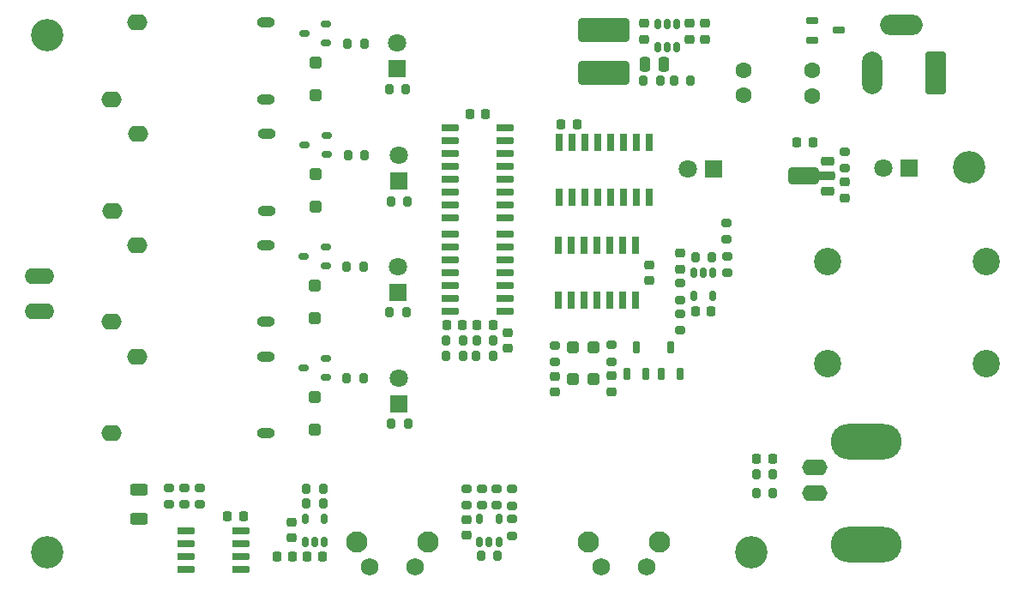
<source format=gbr>
%TF.GenerationSoftware,KiCad,Pcbnew,9.0.4-9.0.4-0~ubuntu24.04.1*%
%TF.CreationDate,2025-10-04T12:49:03+02:00*%
%TF.ProjectId,PCB,5043422e-6b69-4636-9164-5f7063625858,rev?*%
%TF.SameCoordinates,Original*%
%TF.FileFunction,Soldermask,Top*%
%TF.FilePolarity,Negative*%
%FSLAX46Y46*%
G04 Gerber Fmt 4.6, Leading zero omitted, Abs format (unit mm)*
G04 Created by KiCad (PCBNEW 9.0.4-9.0.4-0~ubuntu24.04.1) date 2025-10-04 12:49:03*
%MOMM*%
%LPD*%
G01*
G04 APERTURE LIST*
G04 Aperture macros list*
%AMRoundRect*
0 Rectangle with rounded corners*
0 $1 Rounding radius*
0 $2 $3 $4 $5 $6 $7 $8 $9 X,Y pos of 4 corners*
0 Add a 4 corners polygon primitive as box body*
4,1,4,$2,$3,$4,$5,$6,$7,$8,$9,$2,$3,0*
0 Add four circle primitives for the rounded corners*
1,1,$1+$1,$2,$3*
1,1,$1+$1,$4,$5*
1,1,$1+$1,$6,$7*
1,1,$1+$1,$8,$9*
0 Add four rect primitives between the rounded corners*
20,1,$1+$1,$2,$3,$4,$5,0*
20,1,$1+$1,$4,$5,$6,$7,0*
20,1,$1+$1,$6,$7,$8,$9,0*
20,1,$1+$1,$8,$9,$2,$3,0*%
G04 Aperture macros list end*
%ADD10O,2.500000X1.600000*%
%ADD11O,7.000000X3.500000*%
%ADD12RoundRect,0.225000X0.250000X-0.225000X0.250000X0.225000X-0.250000X0.225000X-0.250000X-0.225000X0*%
%ADD13RoundRect,0.225000X0.225000X0.250000X-0.225000X0.250000X-0.225000X-0.250000X0.225000X-0.250000X0*%
%ADD14RoundRect,0.225000X-0.225000X-0.250000X0.225000X-0.250000X0.225000X0.250000X-0.225000X0.250000X0*%
%ADD15RoundRect,0.150000X0.150000X-0.350000X0.150000X0.350000X-0.150000X0.350000X-0.150000X-0.350000X0*%
%ADD16RoundRect,0.300000X-0.300000X-0.300000X0.300000X-0.300000X0.300000X0.300000X-0.300000X0.300000X0*%
%ADD17RoundRect,0.200000X-0.275000X0.200000X-0.275000X-0.200000X0.275000X-0.200000X0.275000X0.200000X0*%
%ADD18RoundRect,0.200000X-0.200000X-0.275000X0.200000X-0.275000X0.200000X0.275000X-0.200000X0.275000X0*%
%ADD19C,3.200000*%
%ADD20RoundRect,0.225000X-0.250000X0.225000X-0.250000X-0.225000X0.250000X-0.225000X0.250000X0.225000X0*%
%ADD21RoundRect,0.187500X-0.662500X0.187500X-0.662500X-0.187500X0.662500X-0.187500X0.662500X0.187500X0*%
%ADD22RoundRect,0.225000X0.425000X0.225000X-0.425000X0.225000X-0.425000X-0.225000X0.425000X-0.225000X0*%
%ADD23RoundRect,0.225000X0.668750X0.225000X-0.668750X0.225000X-0.668750X-0.225000X0.668750X-0.225000X0*%
%ADD24RoundRect,0.433250X1.129250X0.433250X-1.129250X0.433250X-1.129250X-0.433250X1.129250X-0.433250X0*%
%ADD25RoundRect,0.150000X0.350000X0.150000X-0.350000X0.150000X-0.350000X-0.150000X0.350000X-0.150000X0*%
%ADD26RoundRect,0.200000X0.200000X0.275000X-0.200000X0.275000X-0.200000X-0.275000X0.200000X-0.275000X0*%
%ADD27RoundRect,0.187500X0.662500X-0.187500X0.662500X0.187500X-0.662500X0.187500X-0.662500X-0.187500X0*%
%ADD28RoundRect,0.200000X0.275000X-0.200000X0.275000X0.200000X-0.275000X0.200000X-0.275000X-0.200000X0*%
%ADD29RoundRect,0.150000X-0.150000X0.350000X-0.150000X-0.350000X0.150000X-0.350000X0.150000X0.350000X0*%
%ADD30RoundRect,0.352500X-2.197500X-0.822500X2.197500X-0.822500X2.197500X0.822500X-2.197500X0.822500X0*%
%ADD31O,1.800000X1.000000*%
%ADD32O,2.000000X1.600000*%
%ADD33C,2.700000*%
%ADD34RoundRect,0.250000X0.250000X0.475000X-0.250000X0.475000X-0.250000X-0.475000X0.250000X-0.475000X0*%
%ADD35C,1.600000*%
%ADD36RoundRect,0.187500X-0.187500X-0.662500X0.187500X-0.662500X0.187500X0.662500X-0.187500X0.662500X0*%
%ADD37RoundRect,0.187500X0.187500X0.662500X-0.187500X0.662500X-0.187500X-0.662500X0.187500X-0.662500X0*%
%ADD38C,2.100000*%
%ADD39C,1.750000*%
%ADD40R,1.800000X1.800000*%
%ADD41C,1.800000*%
%ADD42RoundRect,0.250000X-0.625000X0.312500X-0.625000X-0.312500X0.625000X-0.312500X0.625000X0.312500X0*%
%ADD43RoundRect,0.300000X0.300000X0.300000X-0.300000X0.300000X-0.300000X-0.300000X0.300000X-0.300000X0*%
%ADD44RoundRect,0.162500X0.162500X-0.447500X0.162500X0.447500X-0.162500X0.447500X-0.162500X-0.447500X0*%
%ADD45O,2.919200X1.561200*%
%ADD46RoundRect,0.162500X-0.447500X-0.162500X0.447500X-0.162500X0.447500X0.162500X-0.447500X0.162500X0*%
%ADD47O,2.000000X4.200000*%
%ADD48RoundRect,0.250000X0.750000X-1.850000X0.750000X1.850000X-0.750000X1.850000X-0.750000X-1.850000X0*%
%ADD49O,4.200000X2.000000*%
G04 APERTURE END LIST*
D10*
%TO.C,J104*%
X203240000Y-113700000D03*
D11*
X208320000Y-108620000D03*
D10*
X203240000Y-111160000D03*
D11*
X208320000Y-118780000D03*
%TD*%
D12*
%TO.C,C409*%
X186435000Y-68877500D03*
X186435000Y-67327500D03*
%TD*%
D13*
%TO.C,C206*%
X170775000Y-76252500D03*
X169225000Y-76252500D03*
%TD*%
D14*
%TO.C,C411*%
X150150000Y-119950000D03*
X151700000Y-119950000D03*
%TD*%
D15*
%TO.C,U402*%
X187735000Y-69652500D03*
X188685000Y-69652500D03*
X189635000Y-69652500D03*
X189635000Y-67352500D03*
X188685000Y-67352500D03*
X187735000Y-67352500D03*
%TD*%
D16*
%TO.C,D104*%
X153900000Y-107430000D03*
X153900000Y-104230000D03*
%TD*%
D17*
%TO.C,R401*%
X206200000Y-79975000D03*
X206200000Y-81625000D03*
%TD*%
D18*
%TO.C,R208*%
X161398428Y-84930000D03*
X163048428Y-84930000D03*
%TD*%
D19*
%TO.C,REF\u002A\u002A*%
X218500000Y-81500000D03*
%TD*%
D20*
%TO.C,C302*%
X177650000Y-102150000D03*
X177650000Y-103700000D03*
%TD*%
D21*
%TO.C,U101*%
X141185000Y-117447500D03*
X141185000Y-118717500D03*
X141185000Y-119987500D03*
X141185000Y-121257500D03*
X146585000Y-121257500D03*
X146585000Y-119987500D03*
X146585000Y-118717500D03*
X146585000Y-117447500D03*
%TD*%
D22*
%TO.C,U401*%
X204575000Y-83905000D03*
D23*
X204331250Y-82405000D03*
D24*
X202187500Y-82405000D03*
D22*
X204575000Y-80905000D03*
%TD*%
D25*
%TO.C,Q102*%
X155087500Y-80280914D03*
X155087500Y-78380914D03*
X152912500Y-79330914D03*
%TD*%
D26*
%TO.C,R404*%
X191010000Y-72952500D03*
X189360000Y-72952500D03*
%TD*%
D27*
%TO.C,U203*%
X172700000Y-95762500D03*
X172700000Y-94492500D03*
X172700000Y-93222500D03*
X172700000Y-91952500D03*
X172700000Y-90682500D03*
X172700000Y-89412500D03*
X172700000Y-88142500D03*
X167300000Y-88142500D03*
X167300000Y-89412500D03*
X167300000Y-90682500D03*
X167300000Y-91952500D03*
X167300000Y-93222500D03*
X167300000Y-94492500D03*
X167300000Y-95762500D03*
%TD*%
D17*
%TO.C,R311*%
X189980000Y-92975000D03*
X189980000Y-94625000D03*
%TD*%
D28*
%TO.C,R313*%
X194550000Y-88675000D03*
X194550000Y-87025000D03*
%TD*%
D29*
%TO.C,U302*%
X193230000Y-91920000D03*
X192280000Y-91920000D03*
X191330000Y-91920000D03*
X191330000Y-94220000D03*
X193230000Y-94220000D03*
%TD*%
D25*
%TO.C,Q103*%
X154987500Y-91280000D03*
X154987500Y-89380000D03*
X152812500Y-90330000D03*
%TD*%
D13*
%TO.C,C202*%
X171475000Y-97112500D03*
X169925000Y-97112500D03*
%TD*%
D30*
%TO.C,L401*%
X182435000Y-68002500D03*
X182435000Y-72202500D03*
%TD*%
D31*
%TO.C,U104*%
X149050000Y-96800000D03*
X149050000Y-89200000D03*
D32*
X136350000Y-89200000D03*
X133810000Y-96800000D03*
%TD*%
D19*
%TO.C,REF\u002A\u002A*%
X127500000Y-119500000D03*
%TD*%
D20*
%TO.C,C408*%
X151625000Y-116575000D03*
X151625000Y-118125000D03*
%TD*%
D31*
%TO.C,U105*%
X149050000Y-107800000D03*
X149050000Y-100200000D03*
D32*
X136350000Y-100200000D03*
X133810000Y-107800000D03*
%TD*%
D20*
%TO.C,C406*%
X192435000Y-67327500D03*
X192435000Y-68877500D03*
%TD*%
D12*
%TO.C,C201*%
X186960000Y-92702500D03*
X186960000Y-91152500D03*
%TD*%
D15*
%TO.C,U404*%
X152975000Y-118500000D03*
X153925000Y-118500000D03*
X154875000Y-118500000D03*
X154875000Y-116200000D03*
X152975000Y-116200000D03*
%TD*%
D26*
%TO.C,R101*%
X158776572Y-69330914D03*
X157126572Y-69330914D03*
%TD*%
D33*
%TO.C,J103*%
X204500000Y-90850000D03*
X220200000Y-90850000D03*
%TD*%
D34*
%TO.C,C410*%
X188385000Y-71352500D03*
X186485000Y-71352500D03*
%TD*%
D35*
%TO.C,C405*%
X196200000Y-71950000D03*
X196200000Y-74450000D03*
%TD*%
D26*
%TO.C,R102*%
X158825000Y-80330914D03*
X157175000Y-80330914D03*
%TD*%
D36*
%TO.C,U201*%
X178055000Y-84452500D03*
X179325000Y-84452500D03*
X180595000Y-84452500D03*
X181865000Y-84452500D03*
X183135000Y-84452500D03*
X184405000Y-84452500D03*
X185675000Y-84452500D03*
X186945000Y-84452500D03*
X186945000Y-79052500D03*
X185675000Y-79052500D03*
X184405000Y-79052500D03*
X183135000Y-79052500D03*
X181865000Y-79052500D03*
X180595000Y-79052500D03*
X179325000Y-79052500D03*
X178055000Y-79052500D03*
%TD*%
D12*
%TO.C,C403*%
X206200000Y-84550000D03*
X206200000Y-83000000D03*
%TD*%
D13*
%TO.C,C305*%
X193055000Y-95720000D03*
X191505000Y-95720000D03*
%TD*%
D18*
%TO.C,R110*%
X197475000Y-111800000D03*
X199125000Y-111800000D03*
%TD*%
D31*
%TO.C,U103*%
X149150000Y-85800914D03*
X149150000Y-78200914D03*
D32*
X136450000Y-78200914D03*
X133910000Y-85800914D03*
%TD*%
D17*
%TO.C,R107*%
X139550000Y-113175000D03*
X139550000Y-114825000D03*
%TD*%
D37*
%TO.C,U106*%
X185610000Y-89252500D03*
X184340000Y-89252500D03*
X183070000Y-89252500D03*
X181800000Y-89252500D03*
X180530000Y-89252500D03*
X179260000Y-89252500D03*
X177990000Y-89252500D03*
X177990000Y-94652500D03*
X179260000Y-94652500D03*
X180530000Y-94652500D03*
X181800000Y-94652500D03*
X183070000Y-94652500D03*
X184340000Y-94652500D03*
X185610000Y-94652500D03*
%TD*%
D15*
%TO.C,U301*%
X170175000Y-118500000D03*
X171125000Y-118500000D03*
X172075000Y-118500000D03*
X172075000Y-116200000D03*
X170175000Y-116200000D03*
%TD*%
D25*
%TO.C,Q101*%
X155039072Y-69280914D03*
X155039072Y-67380914D03*
X152864072Y-68330914D03*
%TD*%
D18*
%TO.C,R201*%
X166875000Y-98612500D03*
X168525000Y-98612500D03*
%TD*%
D17*
%TO.C,R106*%
X141050000Y-113175000D03*
X141050000Y-114825000D03*
%TD*%
D14*
%TO.C,C205*%
X178225000Y-77252500D03*
X179775000Y-77252500D03*
%TD*%
D18*
%TO.C,R202*%
X166875000Y-100112500D03*
X168525000Y-100112500D03*
%TD*%
%TO.C,R209*%
X161250000Y-73830000D03*
X162900000Y-73830000D03*
%TD*%
%TO.C,R310*%
X191455000Y-90420000D03*
X193105000Y-90420000D03*
%TD*%
D13*
%TO.C,C401*%
X203075000Y-79100000D03*
X201525000Y-79100000D03*
%TD*%
D14*
%TO.C,C204*%
X166950000Y-97112500D03*
X168500000Y-97112500D03*
%TD*%
D28*
%TO.C,R306*%
X171875000Y-114900000D03*
X171875000Y-113250000D03*
%TD*%
D12*
%TO.C,C304*%
X189980000Y-91575000D03*
X189980000Y-90025000D03*
%TD*%
D18*
%TO.C,R204*%
X169825000Y-100112500D03*
X171475000Y-100112500D03*
%TD*%
D38*
%TO.C,SW101*%
X187950000Y-118510000D03*
X180940000Y-118510000D03*
D39*
X186700000Y-121000000D03*
X182200000Y-121000000D03*
%TD*%
D17*
%TO.C,R308*%
X183200000Y-99075000D03*
X183200000Y-100725000D03*
%TD*%
D40*
%TO.C,D201*%
X162198428Y-104899086D03*
D41*
X162198428Y-102359086D03*
%TD*%
D18*
%TO.C,R203*%
X169875000Y-98612500D03*
X171525000Y-98612500D03*
%TD*%
D28*
%TO.C,R304*%
X173386906Y-114925669D03*
X173386906Y-113275669D03*
%TD*%
D42*
%TO.C,R108*%
X136583428Y-113315000D03*
X136583428Y-116240000D03*
%TD*%
D20*
%TO.C,C301*%
X168875000Y-116325000D03*
X168875000Y-117875000D03*
%TD*%
D14*
%TO.C,C412*%
X153150000Y-119950000D03*
X154700000Y-119950000D03*
%TD*%
D43*
%TO.C,D302*%
X181400000Y-99275000D03*
X181400000Y-102475000D03*
%TD*%
D21*
%TO.C,U202*%
X167300000Y-77607500D03*
X167300000Y-78877500D03*
X167300000Y-80147500D03*
X167300000Y-81417500D03*
X167300000Y-82687500D03*
X167300000Y-83957500D03*
X167300000Y-85227500D03*
X167300000Y-86497500D03*
X172700000Y-86497500D03*
X172700000Y-85227500D03*
X172700000Y-83957500D03*
X172700000Y-82687500D03*
X172700000Y-81417500D03*
X172700000Y-80147500D03*
X172700000Y-78877500D03*
X172700000Y-77607500D03*
%TD*%
D17*
%TO.C,R105*%
X142548428Y-113175000D03*
X142548428Y-114825000D03*
%TD*%
D28*
%TO.C,R305*%
X170375000Y-114900000D03*
X170375000Y-113250000D03*
%TD*%
D40*
%TO.C,D401*%
X212570000Y-81600000D03*
D41*
X210030000Y-81600000D03*
%TD*%
D13*
%TO.C,C102*%
X146860000Y-115952500D03*
X145310000Y-115952500D03*
%TD*%
D31*
%TO.C,U102*%
X149101572Y-74800914D03*
X149101572Y-67200914D03*
D32*
X136401572Y-67200914D03*
X133861572Y-74800914D03*
%TD*%
D44*
%TO.C,Q301*%
X188100000Y-101935000D03*
X189050000Y-99315000D03*
X190000000Y-101935000D03*
%TD*%
D17*
%TO.C,R307*%
X177650000Y-99100000D03*
X177650000Y-100750000D03*
%TD*%
D18*
%TO.C,R206*%
X161475000Y-106800000D03*
X163125000Y-106800000D03*
%TD*%
D40*
%TO.C,D303*%
X193240000Y-81700000D03*
D41*
X190700000Y-81700000D03*
%TD*%
D45*
%TO.C,J101*%
X126700000Y-92250000D03*
X126700000Y-95750000D03*
%TD*%
D40*
%TO.C,D203*%
X162168428Y-82885000D03*
D41*
X162168428Y-80345000D03*
%TD*%
D18*
%TO.C,R207*%
X161298428Y-95829086D03*
X162948428Y-95829086D03*
%TD*%
D46*
%TO.C,Q401*%
X203000000Y-67050000D03*
X205620000Y-68000000D03*
X203000000Y-68950000D03*
%TD*%
D19*
%TO.C,REF\u002A\u002A*%
X127500000Y-68500000D03*
%TD*%
D28*
%TO.C,R312*%
X194600000Y-91975000D03*
X194600000Y-90325000D03*
%TD*%
D35*
%TO.C,C402*%
X203035000Y-71952500D03*
X203035000Y-74452500D03*
%TD*%
D47*
%TO.C,J401*%
X208935000Y-72250000D03*
D48*
X215235000Y-72250000D03*
D49*
X211835000Y-67450000D03*
%TD*%
D20*
%TO.C,C303*%
X183200000Y-102125000D03*
X183200000Y-103675000D03*
%TD*%
D38*
%TO.C,SW102*%
X165050000Y-118510000D03*
X158040000Y-118510000D03*
D39*
X163800000Y-121000000D03*
X159300000Y-121000000D03*
%TD*%
D26*
%TO.C,R403*%
X188010000Y-72952500D03*
X186360000Y-72952500D03*
%TD*%
D20*
%TO.C,C407*%
X190935000Y-67327500D03*
X190935000Y-68877500D03*
%TD*%
D26*
%TO.C,R405*%
X154750000Y-113250000D03*
X153100000Y-113250000D03*
%TD*%
D28*
%TO.C,R303*%
X168875000Y-114900000D03*
X168875000Y-113250000D03*
%TD*%
D26*
%TO.C,R104*%
X158725000Y-102330000D03*
X157075000Y-102330000D03*
%TD*%
D28*
%TO.C,R309*%
X190000000Y-97650000D03*
X190000000Y-96000000D03*
%TD*%
D18*
%TO.C,R402*%
X153100000Y-114750000D03*
X154750000Y-114750000D03*
%TD*%
D12*
%TO.C,C203*%
X172950000Y-99387500D03*
X172950000Y-97837500D03*
%TD*%
D40*
%TO.C,D202*%
X162098428Y-93899086D03*
D41*
X162098428Y-91359086D03*
%TD*%
D18*
%TO.C,R301*%
X170300000Y-119900000D03*
X171950000Y-119900000D03*
%TD*%
D40*
%TO.C,D204*%
X162050000Y-71800000D03*
D41*
X162050000Y-69260000D03*
%TD*%
D18*
%TO.C,R109*%
X197475000Y-113700000D03*
X199125000Y-113700000D03*
%TD*%
D33*
%TO.C,J102*%
X204500000Y-100900000D03*
X220200000Y-100900000D03*
%TD*%
D19*
%TO.C,REF\u002A\u002A*%
X197000000Y-119500000D03*
%TD*%
D28*
%TO.C,R302*%
X173375000Y-117925000D03*
X173375000Y-116275000D03*
%TD*%
D16*
%TO.C,D102*%
X154000000Y-85430914D03*
X154000000Y-82230914D03*
%TD*%
D25*
%TO.C,Q104*%
X154987500Y-102280000D03*
X154987500Y-100380000D03*
X152812500Y-101330000D03*
%TD*%
D16*
%TO.C,D103*%
X153900000Y-96430000D03*
X153900000Y-93230000D03*
%TD*%
D26*
%TO.C,R103*%
X158725000Y-91330000D03*
X157075000Y-91330000D03*
%TD*%
D14*
%TO.C,C101*%
X197525000Y-110300000D03*
X199075000Y-110300000D03*
%TD*%
D16*
%TO.C,D101*%
X153951572Y-74430914D03*
X153951572Y-71230914D03*
%TD*%
D43*
%TO.C,D301*%
X179400000Y-99275000D03*
X179400000Y-102475000D03*
%TD*%
D44*
%TO.C,Q302*%
X184700000Y-101945000D03*
X185650000Y-99325000D03*
X186600000Y-101945000D03*
%TD*%
M02*

</source>
